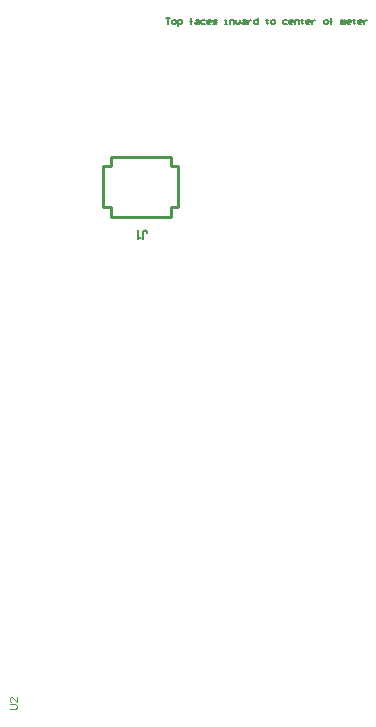
<source format=gbr>
G04 Layer_Color=8421376*
%FSLAX26Y26*%
%MOIN*%
%TF.FileFunction,Other,Mechanical_1*%
%TF.Part,Single*%
G01*
G75*
%TA.AperFunction,NonConductor*%
%ADD50C,0.010000*%
%ADD51C,0.003937*%
%ADD53C,0.005000*%
D50*
X100000Y-67500D02*
X125000D01*
X100000Y-100000D02*
Y-67500D01*
X-100000Y-100000D02*
X100000D01*
X-100000D02*
Y-67500D01*
X-125000D02*
X-100000D01*
X-125000D02*
Y67500D01*
X-100000D01*
Y100000D01*
X100000D01*
Y67500D02*
Y100000D01*
Y67500D02*
X125000D01*
Y-67500D02*
Y67500D01*
D51*
X-436645Y-1741750D02*
X-416967D01*
X-413031Y-1737814D01*
Y-1729943D01*
X-416967Y-1726007D01*
X-436645D01*
X-413031Y-1702392D02*
Y-1718135D01*
X-428774Y-1702392D01*
X-432710D01*
X-436645Y-1706328D01*
Y-1714200D01*
X-432710Y-1718135D01*
D53*
X84000Y562992D02*
X97329D01*
X90665D01*
Y542998D01*
X107326D02*
X113990D01*
X117323Y546331D01*
Y552995D01*
X113990Y556327D01*
X107326D01*
X103994Y552995D01*
Y546331D01*
X107326Y542998D01*
X123987Y536334D02*
Y556327D01*
X133984D01*
X137316Y552995D01*
Y546331D01*
X133984Y542998D01*
X123987D01*
X167306D02*
Y559659D01*
Y552995D01*
X163974D01*
X170639D01*
X167306D01*
Y559659D01*
X170639Y562992D01*
X183968Y556327D02*
X190632D01*
X193964Y552995D01*
Y542998D01*
X183968D01*
X180636Y546331D01*
X183968Y549663D01*
X193964D01*
X213958Y556327D02*
X203961D01*
X200629Y552995D01*
Y546331D01*
X203961Y542998D01*
X213958D01*
X230619D02*
X223955D01*
X220623Y546331D01*
Y552995D01*
X223955Y556327D01*
X230619D01*
X233952Y552995D01*
Y549663D01*
X220623D01*
X240616Y542998D02*
X250613D01*
X253945Y546331D01*
X250613Y549663D01*
X243948D01*
X240616Y552995D01*
X243948Y556327D01*
X253945D01*
X280603Y542998D02*
X287267D01*
X283935D01*
Y556327D01*
X280603D01*
X297264Y542998D02*
Y556327D01*
X307261D01*
X310593Y552995D01*
Y542998D01*
X317258Y556327D02*
Y546331D01*
X320590Y542998D01*
X323922Y546331D01*
X327255Y542998D01*
X330587Y546331D01*
Y556327D01*
X340584D02*
X347248D01*
X350580Y552995D01*
Y542998D01*
X340584D01*
X337251Y546331D01*
X340584Y549663D01*
X350580D01*
X357245Y556327D02*
Y542998D01*
Y549663D01*
X360577Y552995D01*
X363909Y556327D01*
X367242D01*
X390567Y562992D02*
Y542998D01*
X380571D01*
X377238Y546331D01*
Y552995D01*
X380571Y556327D01*
X390567D01*
X420558Y559659D02*
Y556327D01*
X417225D01*
X423890D01*
X420558D01*
Y546331D01*
X423890Y542998D01*
X437219D02*
X443883D01*
X447216Y546331D01*
Y552995D01*
X443883Y556327D01*
X437219D01*
X433887Y552995D01*
Y546331D01*
X437219Y542998D01*
X487203Y556327D02*
X477206D01*
X473874Y552995D01*
Y546331D01*
X477206Y542998D01*
X487203D01*
X503864D02*
X497199D01*
X493867Y546331D01*
Y552995D01*
X497199Y556327D01*
X503864D01*
X507196Y552995D01*
Y549663D01*
X493867D01*
X513861Y542998D02*
Y556327D01*
X523857D01*
X527190Y552995D01*
Y542998D01*
X537186Y559659D02*
Y556327D01*
X533854D01*
X540519D01*
X537186D01*
Y546331D01*
X540519Y542998D01*
X560512D02*
X553848D01*
X550515Y546331D01*
Y552995D01*
X553848Y556327D01*
X560512D01*
X563844Y552995D01*
Y549663D01*
X550515D01*
X570509Y556327D02*
Y542998D01*
Y549663D01*
X573841Y552995D01*
X577173Y556327D01*
X580506D01*
X613828Y542998D02*
X620493D01*
X623825Y546331D01*
Y552995D01*
X620493Y556327D01*
X613828D01*
X610496Y552995D01*
Y546331D01*
X613828Y542998D01*
X633822D02*
Y559659D01*
Y552995D01*
X630489D01*
X637154D01*
X633822D01*
Y559659D01*
X637154Y562992D01*
X667144Y542998D02*
Y556327D01*
X670476D01*
X673809Y552995D01*
Y542998D01*
Y552995D01*
X677141Y556327D01*
X680473Y552995D01*
Y542998D01*
X697135D02*
X690470D01*
X687138Y546331D01*
Y552995D01*
X690470Y556327D01*
X697135D01*
X700467Y552995D01*
Y549663D01*
X687138D01*
X710463Y559659D02*
Y556327D01*
X707131D01*
X713796D01*
X710463D01*
Y546331D01*
X713796Y542998D01*
X733789D02*
X727125D01*
X723793Y546331D01*
Y552995D01*
X727125Y556327D01*
X733789D01*
X737121Y552995D01*
Y549663D01*
X723793D01*
X743786Y556327D02*
Y542998D01*
Y549663D01*
X747118Y552995D01*
X750451Y556327D01*
X753783D01*
X7717Y-175994D02*
Y-153141D01*
X9146Y-148857D01*
X10574Y-147428D01*
X13430Y-146000D01*
X16287D01*
X19143Y-147428D01*
X20572Y-148857D01*
X22000Y-153141D01*
Y-155998D01*
X5Y-170280D02*
X-2852Y-171709D01*
X-7137Y-175994D01*
Y-146000D01*
%TF.MD5,0c486095a9438aef6764c55042387c9e*%
M02*

</source>
